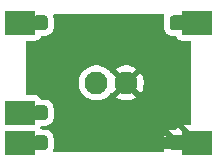
<source format=gbl>
G04 #@! TF.GenerationSoftware,KiCad,Pcbnew,9.0.1+1*
G04 #@! TF.CreationDate,2025-11-10T08:37:20+00:00*
G04 #@! TF.ProjectId,battery-connector,62617474-6572-4792-9d63-6f6e6e656374,rev?*
G04 #@! TF.SameCoordinates,Original*
G04 #@! TF.FileFunction,Copper,L2,Bot*
G04 #@! TF.FilePolarity,Positive*
%FSLAX46Y46*%
G04 Gerber Fmt 4.6, Leading zero omitted, Abs format (unit mm)*
G04 Created by KiCad (PCBNEW 9.0.1+1) date 2025-11-10 08:37:20*
%MOMM*%
%LPD*%
G01*
G04 APERTURE LIST*
G04 #@! TA.AperFunction,ComponentPad*
%ADD10C,1.950000*%
G04 #@! TD*
G04 #@! TA.AperFunction,CastellatedPad*
%ADD11R,2.540000X2.000000*%
G04 #@! TD*
G04 #@! TA.AperFunction,Conductor*
%ADD12C,1.000000*%
G04 #@! TD*
G04 APERTURE END LIST*
D10*
X66762000Y-61580000D03*
X69302000Y-61580000D03*
D11*
X75312000Y-56500000D03*
G04 #@! TA.AperFunction,ComponentPad*
G36*
G01*
X72987000Y-56875000D02*
X72987000Y-56125000D01*
G75*
G02*
X73237000Y-55875000I250000J0D01*
G01*
X73987000Y-55875000D01*
G75*
G02*
X74237000Y-56125000I0J-250000D01*
G01*
X74237000Y-56875000D01*
G75*
G02*
X73987000Y-57125000I-250000J0D01*
G01*
X73237000Y-57125000D01*
G75*
G02*
X72987000Y-56875000I0J250000D01*
G01*
G37*
G04 #@! TD.AperFunction*
X75312000Y-66660000D03*
G04 #@! TA.AperFunction,ComponentPad*
G36*
G01*
X72987000Y-67035000D02*
X72987000Y-66285000D01*
G75*
G02*
X73237000Y-66035000I250000J0D01*
G01*
X73987000Y-66035000D01*
G75*
G02*
X74237000Y-66285000I0J-250000D01*
G01*
X74237000Y-67035000D01*
G75*
G02*
X73987000Y-67285000I-250000J0D01*
G01*
X73237000Y-67285000D01*
G75*
G02*
X72987000Y-67035000I0J250000D01*
G01*
G37*
G04 #@! TD.AperFunction*
G04 #@! TA.AperFunction,ComponentPad*
G36*
G01*
X61387000Y-56875000D02*
X61387000Y-56125000D01*
G75*
G02*
X61637000Y-55875000I250000J0D01*
G01*
X62387000Y-55875000D01*
G75*
G02*
X62637000Y-56125000I0J-250000D01*
G01*
X62637000Y-56875000D01*
G75*
G02*
X62387000Y-57125000I-250000J0D01*
G01*
X61637000Y-57125000D01*
G75*
G02*
X61387000Y-56875000I0J250000D01*
G01*
G37*
G04 #@! TD.AperFunction*
X60312000Y-56500000D03*
G04 #@! TA.AperFunction,ComponentPad*
G36*
G01*
X61387000Y-64495000D02*
X61387000Y-63745000D01*
G75*
G02*
X61637000Y-63495000I250000J0D01*
G01*
X62387000Y-63495000D01*
G75*
G02*
X62637000Y-63745000I0J-250000D01*
G01*
X62637000Y-64495000D01*
G75*
G02*
X62387000Y-64745000I-250000J0D01*
G01*
X61637000Y-64745000D01*
G75*
G02*
X61387000Y-64495000I0J250000D01*
G01*
G37*
G04 #@! TD.AperFunction*
X60312000Y-64120000D03*
G04 #@! TA.AperFunction,ComponentPad*
G36*
G01*
X61387000Y-67035000D02*
X61387000Y-66285000D01*
G75*
G02*
X61637000Y-66035000I250000J0D01*
G01*
X62387000Y-66035000D01*
G75*
G02*
X62637000Y-66285000I0J-250000D01*
G01*
X62637000Y-67035000D01*
G75*
G02*
X62387000Y-67285000I-250000J0D01*
G01*
X61637000Y-67285000D01*
G75*
G02*
X61387000Y-67035000I0J250000D01*
G01*
G37*
G04 #@! TD.AperFunction*
X60312000Y-66660000D03*
D12*
X73112000Y-66660000D02*
X71080000Y-66660000D01*
G04 #@! TA.AperFunction,Conductor*
G36*
X72472413Y-55750185D02*
G01*
X72518168Y-55802989D01*
X72528112Y-55872147D01*
X72523081Y-55893496D01*
X72509880Y-55933335D01*
X72497000Y-55972204D01*
X72486500Y-56074983D01*
X72486500Y-56925001D01*
X72486501Y-56925019D01*
X72497000Y-57027796D01*
X72497001Y-57027799D01*
X72552185Y-57194331D01*
X72552186Y-57194334D01*
X72644288Y-57343656D01*
X72768344Y-57467712D01*
X72917666Y-57559814D01*
X73084203Y-57614999D01*
X73186991Y-57625500D01*
X73468533Y-57625499D01*
X73535572Y-57645183D01*
X73581327Y-57697987D01*
X73584714Y-57706164D01*
X73598204Y-57742332D01*
X73598205Y-57742334D01*
X73684452Y-57857544D01*
X73684455Y-57857547D01*
X73799664Y-57943793D01*
X73799671Y-57943797D01*
X73934517Y-57994091D01*
X73934516Y-57994091D01*
X73941444Y-57994835D01*
X73994127Y-58000500D01*
X74687500Y-58000499D01*
X74754539Y-58020183D01*
X74800294Y-58072987D01*
X74811500Y-58124499D01*
X74811500Y-65036000D01*
X74791815Y-65103039D01*
X74739011Y-65148794D01*
X74687500Y-65160000D01*
X74165551Y-65160000D01*
X74775181Y-65769629D01*
X74808666Y-65830952D01*
X74811500Y-65857310D01*
X74811500Y-65951966D01*
X74706742Y-65995359D01*
X74583903Y-66077437D01*
X74479894Y-66181445D01*
X73649041Y-65350592D01*
X73598647Y-65417910D01*
X73585061Y-65454335D01*
X73543189Y-65510268D01*
X73477724Y-65534684D01*
X73468880Y-65535000D01*
X73187029Y-65535000D01*
X73187012Y-65535001D01*
X73084302Y-65545494D01*
X72917878Y-65600642D01*
X72917873Y-65600644D01*
X72910651Y-65605098D01*
X72910650Y-65605099D01*
X73590551Y-66285000D01*
X73562630Y-66285000D01*
X73467255Y-66310556D01*
X73381745Y-66359925D01*
X73311925Y-66429745D01*
X73262556Y-66515255D01*
X73237000Y-66610630D01*
X73237000Y-66638551D01*
X72557099Y-65958650D01*
X72557098Y-65958651D01*
X72552644Y-65965873D01*
X72552642Y-65965877D01*
X72497494Y-66132302D01*
X72497493Y-66132309D01*
X72487000Y-66235013D01*
X72487000Y-67084971D01*
X72487001Y-67084987D01*
X72497493Y-67187695D01*
X72523606Y-67266495D01*
X72526008Y-67336324D01*
X72490277Y-67396366D01*
X72427756Y-67427559D01*
X72405900Y-67429500D01*
X63218626Y-67429500D01*
X63151587Y-67409815D01*
X63105832Y-67357011D01*
X63095888Y-67287853D01*
X63100918Y-67266503D01*
X63126999Y-67187797D01*
X63137500Y-67085009D01*
X63137499Y-66234992D01*
X63126999Y-66132203D01*
X63071814Y-65965666D01*
X62979712Y-65816344D01*
X62855656Y-65692288D01*
X62725694Y-65612127D01*
X62706336Y-65600187D01*
X62706331Y-65600185D01*
X62704862Y-65599698D01*
X62539797Y-65545001D01*
X62539795Y-65545000D01*
X62437016Y-65534500D01*
X62437009Y-65534500D01*
X62155466Y-65534500D01*
X62134220Y-65528261D01*
X62112132Y-65526682D01*
X62101348Y-65518609D01*
X62088427Y-65514815D01*
X62073927Y-65498081D01*
X62056199Y-65484810D01*
X62045585Y-65465373D01*
X62042672Y-65462011D01*
X62039284Y-65453833D01*
X62031638Y-65433333D01*
X62026654Y-65363641D01*
X62031639Y-65346664D01*
X62039286Y-65326163D01*
X62081159Y-65270230D01*
X62146624Y-65245815D01*
X62155467Y-65245499D01*
X62437002Y-65245499D01*
X62437008Y-65245499D01*
X62539797Y-65234999D01*
X62706334Y-65179814D01*
X62855656Y-65087712D01*
X62979712Y-64963656D01*
X63071814Y-64814334D01*
X63126999Y-64647797D01*
X63137500Y-64545009D01*
X63137499Y-63694992D01*
X63126999Y-63592203D01*
X63071814Y-63425666D01*
X62979712Y-63276344D01*
X62855656Y-63152288D01*
X62706334Y-63060186D01*
X62539797Y-63005001D01*
X62539795Y-63005000D01*
X62437016Y-62994500D01*
X62437009Y-62994500D01*
X62155467Y-62994500D01*
X62088428Y-62974815D01*
X62042673Y-62922011D01*
X62039285Y-62913834D01*
X62025796Y-62877669D01*
X62025793Y-62877664D01*
X61939547Y-62762455D01*
X61939544Y-62762452D01*
X61824335Y-62676206D01*
X61824328Y-62676202D01*
X61689482Y-62625908D01*
X61689483Y-62625908D01*
X61629883Y-62619501D01*
X61629881Y-62619500D01*
X61629873Y-62619500D01*
X61629865Y-62619500D01*
X60936500Y-62619500D01*
X60869461Y-62599815D01*
X60823706Y-62547011D01*
X60812500Y-62495500D01*
X60812500Y-61463870D01*
X65286500Y-61463870D01*
X65286500Y-61696129D01*
X65322831Y-61925514D01*
X65394601Y-62146400D01*
X65499907Y-62353071D01*
X65500039Y-62353331D01*
X65636551Y-62541224D01*
X65800776Y-62705449D01*
X65988669Y-62841961D01*
X66058740Y-62877664D01*
X66195599Y-62947398D01*
X66195601Y-62947398D01*
X66195604Y-62947400D01*
X66416486Y-63019169D01*
X66534668Y-63037886D01*
X66645871Y-63055500D01*
X66645876Y-63055500D01*
X66878129Y-63055500D01*
X66979502Y-63039443D01*
X67107514Y-63019169D01*
X67328396Y-62947400D01*
X67535331Y-62841961D01*
X67723224Y-62705449D01*
X67887449Y-62541224D01*
X67933588Y-62477718D01*
X67988915Y-62435055D01*
X68043634Y-62426988D01*
X68097238Y-62431207D01*
X68700958Y-61827487D01*
X68725978Y-61887890D01*
X68797112Y-61994351D01*
X68887649Y-62084888D01*
X68994110Y-62156022D01*
X69054510Y-62181041D01*
X68450791Y-62784759D01*
X68450791Y-62784760D01*
X68528935Y-62841534D01*
X68735794Y-62946934D01*
X68956606Y-63018681D01*
X69185910Y-63055000D01*
X69418090Y-63055000D01*
X69647393Y-63018681D01*
X69868205Y-62946934D01*
X70075071Y-62841530D01*
X70153207Y-62784762D01*
X70153208Y-62784760D01*
X69549488Y-62181041D01*
X69609890Y-62156022D01*
X69716351Y-62084888D01*
X69806888Y-61994351D01*
X69878022Y-61887890D01*
X69903041Y-61827489D01*
X70506760Y-62431208D01*
X70506762Y-62431207D01*
X70563530Y-62353071D01*
X70668934Y-62146205D01*
X70740681Y-61925393D01*
X70777000Y-61696090D01*
X70777000Y-61463909D01*
X70740681Y-61234606D01*
X70668934Y-61013794D01*
X70563534Y-60806935D01*
X70506760Y-60728791D01*
X70506759Y-60728791D01*
X69903041Y-61332510D01*
X69878022Y-61272110D01*
X69806888Y-61165649D01*
X69716351Y-61075112D01*
X69609890Y-61003978D01*
X69549487Y-60978957D01*
X70153207Y-60375238D01*
X70075064Y-60318465D01*
X69868205Y-60213065D01*
X69647393Y-60141318D01*
X69418090Y-60105000D01*
X69185910Y-60105000D01*
X68956606Y-60141318D01*
X68735794Y-60213065D01*
X68528925Y-60318470D01*
X68450791Y-60375237D01*
X68450791Y-60375238D01*
X69054511Y-60978958D01*
X68994110Y-61003978D01*
X68887649Y-61075112D01*
X68797112Y-61165649D01*
X68725978Y-61272110D01*
X68700958Y-61332511D01*
X68097238Y-60728791D01*
X68043632Y-60733010D01*
X67975255Y-60718646D01*
X67933585Y-60682277D01*
X67887451Y-60618779D01*
X67887446Y-60618773D01*
X67723226Y-60454553D01*
X67723224Y-60454551D01*
X67535331Y-60318039D01*
X67328400Y-60212601D01*
X67107514Y-60140831D01*
X66878129Y-60104500D01*
X66878124Y-60104500D01*
X66645876Y-60104500D01*
X66645871Y-60104500D01*
X66416485Y-60140831D01*
X66195599Y-60212601D01*
X65988668Y-60318039D01*
X65800773Y-60454553D01*
X65636553Y-60618773D01*
X65500039Y-60806668D01*
X65394601Y-61013599D01*
X65322831Y-61234485D01*
X65286500Y-61463870D01*
X60812500Y-61463870D01*
X60812500Y-58124499D01*
X60832185Y-58057460D01*
X60884989Y-58011705D01*
X60936500Y-58000499D01*
X61629871Y-58000499D01*
X61629872Y-58000499D01*
X61689483Y-57994091D01*
X61824331Y-57943796D01*
X61939546Y-57857546D01*
X62025796Y-57742331D01*
X62039285Y-57706166D01*
X62081156Y-57650232D01*
X62146620Y-57625815D01*
X62155467Y-57625499D01*
X62437002Y-57625499D01*
X62437008Y-57625499D01*
X62539797Y-57614999D01*
X62706334Y-57559814D01*
X62855656Y-57467712D01*
X62979712Y-57343656D01*
X63071814Y-57194334D01*
X63126999Y-57027797D01*
X63137500Y-56925009D01*
X63137499Y-56074992D01*
X63126999Y-55972203D01*
X63100921Y-55893504D01*
X63098519Y-55823676D01*
X63134251Y-55763634D01*
X63196771Y-55732441D01*
X63218627Y-55730500D01*
X72405374Y-55730500D01*
X72472413Y-55750185D01*
G37*
G04 #@! TD.AperFunction*
M02*

</source>
